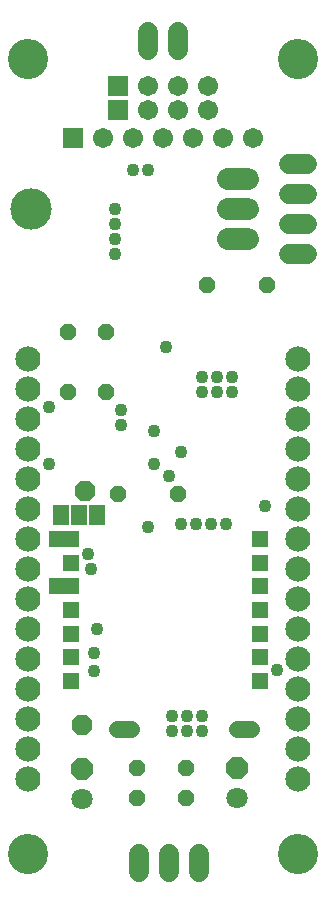
<source format=gts>
G75*
%MOIN*%
%OFA0B0*%
%FSLAX25Y25*%
%IPPOS*%
%LPD*%
%AMOC8*
5,1,8,0,0,1.08239X$1,22.5*
%
%ADD10C,0.08400*%
%ADD11R,0.05800X0.05800*%
%ADD12R,0.10300X0.05800*%
%ADD13R,0.05400X0.07100*%
%ADD14OC8,0.06800*%
%ADD15R,0.06706X0.06706*%
%ADD16C,0.06706*%
%ADD17OC8,0.05600*%
%ADD18C,0.13398*%
%ADD19C,0.07400*%
%ADD20C,0.13800*%
%ADD21C,0.06800*%
%ADD22OC8,0.07100*%
%ADD23C,0.07100*%
%ADD24C,0.05600*%
%ADD25C,0.04343*%
D10*
X0115358Y0042000D03*
X0115358Y0052000D03*
X0115358Y0062000D03*
X0115358Y0072000D03*
X0115358Y0082000D03*
X0115358Y0092000D03*
X0115358Y0102000D03*
X0115358Y0112000D03*
X0115358Y0122000D03*
X0115358Y0132000D03*
X0115358Y0142000D03*
X0115358Y0152000D03*
X0115358Y0162000D03*
X0115358Y0172000D03*
X0115358Y0182000D03*
X0205358Y0182000D03*
X0205358Y0172000D03*
X0205358Y0162000D03*
X0205358Y0152000D03*
X0205358Y0142000D03*
X0205358Y0132000D03*
X0205358Y0122000D03*
X0205358Y0112000D03*
X0205358Y0102000D03*
X0205358Y0092000D03*
X0205358Y0082000D03*
X0205358Y0072000D03*
X0205358Y0062000D03*
X0205358Y0052000D03*
X0205358Y0042000D03*
D11*
X0192602Y0074638D03*
X0192602Y0082512D03*
X0192602Y0090386D03*
X0192602Y0098260D03*
X0192602Y0106134D03*
X0192602Y0114008D03*
X0192602Y0121882D03*
X0129610Y0114008D03*
X0129610Y0098260D03*
X0129610Y0090386D03*
X0129610Y0082512D03*
X0129610Y0074638D03*
D12*
X0127407Y0106134D03*
X0127407Y0121882D03*
D13*
X0126319Y0129843D03*
X0132319Y0129843D03*
X0138319Y0129843D03*
D14*
X0134319Y0137843D03*
X0133358Y0060000D03*
D15*
X0130358Y0255520D03*
X0145358Y0265000D03*
X0145358Y0273000D03*
D16*
X0155358Y0273000D03*
X0155358Y0265000D03*
X0165358Y0265000D03*
X0165358Y0273000D03*
X0175358Y0273000D03*
X0175358Y0265000D03*
X0180358Y0255520D03*
X0190358Y0255520D03*
X0170358Y0255520D03*
X0160358Y0255520D03*
X0150358Y0255520D03*
X0140358Y0255520D03*
D17*
X0175122Y0206528D03*
X0195122Y0206528D03*
X0141263Y0191016D03*
X0128783Y0191016D03*
X0128783Y0171016D03*
X0141263Y0171016D03*
X0145358Y0137000D03*
X0165358Y0137000D03*
X0168082Y0045551D03*
X0168082Y0035551D03*
X0151633Y0035551D03*
X0151633Y0045551D03*
D18*
X0115358Y0017000D03*
X0205358Y0017000D03*
X0205358Y0282000D03*
X0115358Y0282000D03*
D19*
X0182058Y0242000D02*
X0188658Y0242000D01*
X0188658Y0232000D02*
X0182058Y0232000D01*
X0182058Y0222000D02*
X0188658Y0222000D01*
D20*
X0116358Y0232000D03*
D21*
X0155358Y0285000D02*
X0155358Y0291000D01*
X0165358Y0291000D02*
X0165358Y0285000D01*
X0202358Y0247000D02*
X0208358Y0247000D01*
X0208358Y0237000D02*
X0202358Y0237000D01*
X0202358Y0227000D02*
X0208358Y0227000D01*
X0208358Y0217000D02*
X0202358Y0217000D01*
X0172366Y0016843D02*
X0172366Y0010843D01*
X0162366Y0010843D02*
X0162366Y0016843D01*
X0152366Y0016843D02*
X0152366Y0010843D01*
D22*
X0133555Y0045165D03*
X0185161Y0045630D03*
D23*
X0185161Y0035630D03*
X0133555Y0035165D03*
D24*
X0144966Y0058646D02*
X0149766Y0058646D01*
X0184966Y0058646D02*
X0189766Y0058646D01*
D25*
X0173358Y0058000D03*
X0173358Y0063000D03*
X0168358Y0063000D03*
X0163358Y0063000D03*
X0163358Y0058000D03*
X0168358Y0058000D03*
X0137358Y0078000D03*
X0137358Y0084000D03*
X0138358Y0092000D03*
X0136358Y0112000D03*
X0135358Y0117000D03*
X0155358Y0126000D03*
X0166358Y0127000D03*
X0171358Y0127000D03*
X0176358Y0127000D03*
X0181358Y0127000D03*
X0194358Y0133000D03*
X0166358Y0151000D03*
X0162358Y0143000D03*
X0157358Y0147000D03*
X0157358Y0158000D03*
X0146358Y0160000D03*
X0146358Y0165000D03*
X0122358Y0166000D03*
X0122358Y0147000D03*
X0161358Y0186000D03*
X0173358Y0176000D03*
X0178358Y0176000D03*
X0178358Y0171000D03*
X0173358Y0171000D03*
X0183358Y0171000D03*
X0183358Y0176000D03*
X0144358Y0217000D03*
X0144358Y0222000D03*
X0144358Y0227000D03*
X0144358Y0232000D03*
X0150358Y0245000D03*
X0155358Y0245000D03*
X0198484Y0078409D03*
M02*

</source>
